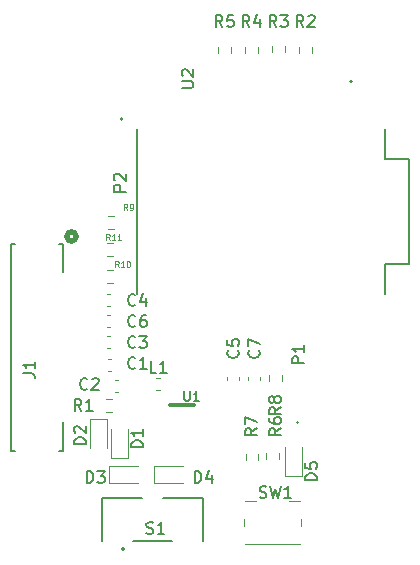
<source format=gbr>
%TF.GenerationSoftware,KiCad,Pcbnew,8.0.8*%
%TF.CreationDate,2025-04-02T15:42:23+05:30*%
%TF.ProjectId,STHDAQ_B1,53544844-4151-45f4-9231-2e6b69636164,rev?*%
%TF.SameCoordinates,Original*%
%TF.FileFunction,Legend,Top*%
%TF.FilePolarity,Positive*%
%FSLAX46Y46*%
G04 Gerber Fmt 4.6, Leading zero omitted, Abs format (unit mm)*
G04 Created by KiCad (PCBNEW 8.0.8) date 2025-04-02 15:42:23*
%MOMM*%
%LPD*%
G01*
G04 APERTURE LIST*
%ADD10C,0.125000*%
%ADD11C,0.150000*%
%ADD12C,0.120000*%
%ADD13C,0.127000*%
%ADD14C,0.200000*%
%ADD15C,0.152400*%
%ADD16C,0.508000*%
%ADD17C,0.304800*%
G04 APERTURE END LIST*
D10*
X146490571Y-71344809D02*
X146323905Y-71106714D01*
X146204857Y-71344809D02*
X146204857Y-70844809D01*
X146204857Y-70844809D02*
X146395333Y-70844809D01*
X146395333Y-70844809D02*
X146442952Y-70868619D01*
X146442952Y-70868619D02*
X146466762Y-70892428D01*
X146466762Y-70892428D02*
X146490571Y-70940047D01*
X146490571Y-70940047D02*
X146490571Y-71011476D01*
X146490571Y-71011476D02*
X146466762Y-71059095D01*
X146466762Y-71059095D02*
X146442952Y-71082904D01*
X146442952Y-71082904D02*
X146395333Y-71106714D01*
X146395333Y-71106714D02*
X146204857Y-71106714D01*
X146966762Y-71344809D02*
X146681048Y-71344809D01*
X146823905Y-71344809D02*
X146823905Y-70844809D01*
X146823905Y-70844809D02*
X146776286Y-70916238D01*
X146776286Y-70916238D02*
X146728667Y-70963857D01*
X146728667Y-70963857D02*
X146681048Y-70987666D01*
X147442952Y-71344809D02*
X147157238Y-71344809D01*
X147300095Y-71344809D02*
X147300095Y-70844809D01*
X147300095Y-70844809D02*
X147252476Y-70916238D01*
X147252476Y-70916238D02*
X147204857Y-70963857D01*
X147204857Y-70963857D02*
X147157238Y-70987666D01*
X147252571Y-73630809D02*
X147085905Y-73392714D01*
X146966857Y-73630809D02*
X146966857Y-73130809D01*
X146966857Y-73130809D02*
X147157333Y-73130809D01*
X147157333Y-73130809D02*
X147204952Y-73154619D01*
X147204952Y-73154619D02*
X147228762Y-73178428D01*
X147228762Y-73178428D02*
X147252571Y-73226047D01*
X147252571Y-73226047D02*
X147252571Y-73297476D01*
X147252571Y-73297476D02*
X147228762Y-73345095D01*
X147228762Y-73345095D02*
X147204952Y-73368904D01*
X147204952Y-73368904D02*
X147157333Y-73392714D01*
X147157333Y-73392714D02*
X146966857Y-73392714D01*
X147728762Y-73630809D02*
X147443048Y-73630809D01*
X147585905Y-73630809D02*
X147585905Y-73130809D01*
X147585905Y-73130809D02*
X147538286Y-73202238D01*
X147538286Y-73202238D02*
X147490667Y-73249857D01*
X147490667Y-73249857D02*
X147443048Y-73273666D01*
X148038285Y-73130809D02*
X148085904Y-73130809D01*
X148085904Y-73130809D02*
X148133523Y-73154619D01*
X148133523Y-73154619D02*
X148157333Y-73178428D01*
X148157333Y-73178428D02*
X148181142Y-73226047D01*
X148181142Y-73226047D02*
X148204952Y-73321285D01*
X148204952Y-73321285D02*
X148204952Y-73440333D01*
X148204952Y-73440333D02*
X148181142Y-73535571D01*
X148181142Y-73535571D02*
X148157333Y-73583190D01*
X148157333Y-73583190D02*
X148133523Y-73607000D01*
X148133523Y-73607000D02*
X148085904Y-73630809D01*
X148085904Y-73630809D02*
X148038285Y-73630809D01*
X148038285Y-73630809D02*
X147990666Y-73607000D01*
X147990666Y-73607000D02*
X147966857Y-73583190D01*
X147966857Y-73583190D02*
X147943047Y-73535571D01*
X147943047Y-73535571D02*
X147919238Y-73440333D01*
X147919238Y-73440333D02*
X147919238Y-73321285D01*
X147919238Y-73321285D02*
X147943047Y-73226047D01*
X147943047Y-73226047D02*
X147966857Y-73178428D01*
X147966857Y-73178428D02*
X147990666Y-73154619D01*
X147990666Y-73154619D02*
X148038285Y-73130809D01*
X147998666Y-68804809D02*
X147832000Y-68566714D01*
X147712952Y-68804809D02*
X147712952Y-68304809D01*
X147712952Y-68304809D02*
X147903428Y-68304809D01*
X147903428Y-68304809D02*
X147951047Y-68328619D01*
X147951047Y-68328619D02*
X147974857Y-68352428D01*
X147974857Y-68352428D02*
X147998666Y-68400047D01*
X147998666Y-68400047D02*
X147998666Y-68471476D01*
X147998666Y-68471476D02*
X147974857Y-68519095D01*
X147974857Y-68519095D02*
X147951047Y-68542904D01*
X147951047Y-68542904D02*
X147903428Y-68566714D01*
X147903428Y-68566714D02*
X147712952Y-68566714D01*
X148236762Y-68804809D02*
X148332000Y-68804809D01*
X148332000Y-68804809D02*
X148379619Y-68781000D01*
X148379619Y-68781000D02*
X148403428Y-68757190D01*
X148403428Y-68757190D02*
X148451047Y-68685761D01*
X148451047Y-68685761D02*
X148474857Y-68590523D01*
X148474857Y-68590523D02*
X148474857Y-68400047D01*
X148474857Y-68400047D02*
X148451047Y-68352428D01*
X148451047Y-68352428D02*
X148427238Y-68328619D01*
X148427238Y-68328619D02*
X148379619Y-68304809D01*
X148379619Y-68304809D02*
X148284381Y-68304809D01*
X148284381Y-68304809D02*
X148236762Y-68328619D01*
X148236762Y-68328619D02*
X148212952Y-68352428D01*
X148212952Y-68352428D02*
X148189143Y-68400047D01*
X148189143Y-68400047D02*
X148189143Y-68519095D01*
X148189143Y-68519095D02*
X148212952Y-68566714D01*
X148212952Y-68566714D02*
X148236762Y-68590523D01*
X148236762Y-68590523D02*
X148284381Y-68614333D01*
X148284381Y-68614333D02*
X148379619Y-68614333D01*
X148379619Y-68614333D02*
X148427238Y-68590523D01*
X148427238Y-68590523D02*
X148451047Y-68566714D01*
X148451047Y-68566714D02*
X148474857Y-68519095D01*
D11*
X160982819Y-85510666D02*
X160506628Y-85843999D01*
X160982819Y-86082094D02*
X159982819Y-86082094D01*
X159982819Y-86082094D02*
X159982819Y-85701142D01*
X159982819Y-85701142D02*
X160030438Y-85605904D01*
X160030438Y-85605904D02*
X160078057Y-85558285D01*
X160078057Y-85558285D02*
X160173295Y-85510666D01*
X160173295Y-85510666D02*
X160316152Y-85510666D01*
X160316152Y-85510666D02*
X160411390Y-85558285D01*
X160411390Y-85558285D02*
X160459009Y-85605904D01*
X160459009Y-85605904D02*
X160506628Y-85701142D01*
X160506628Y-85701142D02*
X160506628Y-86082094D01*
X160411390Y-84939237D02*
X160363771Y-85034475D01*
X160363771Y-85034475D02*
X160316152Y-85082094D01*
X160316152Y-85082094D02*
X160220914Y-85129713D01*
X160220914Y-85129713D02*
X160173295Y-85129713D01*
X160173295Y-85129713D02*
X160078057Y-85082094D01*
X160078057Y-85082094D02*
X160030438Y-85034475D01*
X160030438Y-85034475D02*
X159982819Y-84939237D01*
X159982819Y-84939237D02*
X159982819Y-84748761D01*
X159982819Y-84748761D02*
X160030438Y-84653523D01*
X160030438Y-84653523D02*
X160078057Y-84605904D01*
X160078057Y-84605904D02*
X160173295Y-84558285D01*
X160173295Y-84558285D02*
X160220914Y-84558285D01*
X160220914Y-84558285D02*
X160316152Y-84605904D01*
X160316152Y-84605904D02*
X160363771Y-84653523D01*
X160363771Y-84653523D02*
X160411390Y-84748761D01*
X160411390Y-84748761D02*
X160411390Y-84939237D01*
X160411390Y-84939237D02*
X160459009Y-85034475D01*
X160459009Y-85034475D02*
X160506628Y-85082094D01*
X160506628Y-85082094D02*
X160601866Y-85129713D01*
X160601866Y-85129713D02*
X160792342Y-85129713D01*
X160792342Y-85129713D02*
X160887580Y-85082094D01*
X160887580Y-85082094D02*
X160935200Y-85034475D01*
X160935200Y-85034475D02*
X160982819Y-84939237D01*
X160982819Y-84939237D02*
X160982819Y-84748761D01*
X160982819Y-84748761D02*
X160935200Y-84653523D01*
X160935200Y-84653523D02*
X160887580Y-84605904D01*
X160887580Y-84605904D02*
X160792342Y-84558285D01*
X160792342Y-84558285D02*
X160601866Y-84558285D01*
X160601866Y-84558285D02*
X160506628Y-84605904D01*
X160506628Y-84605904D02*
X160459009Y-84653523D01*
X160459009Y-84653523D02*
X160411390Y-84748761D01*
X158950819Y-87288666D02*
X158474628Y-87621999D01*
X158950819Y-87860094D02*
X157950819Y-87860094D01*
X157950819Y-87860094D02*
X157950819Y-87479142D01*
X157950819Y-87479142D02*
X157998438Y-87383904D01*
X157998438Y-87383904D02*
X158046057Y-87336285D01*
X158046057Y-87336285D02*
X158141295Y-87288666D01*
X158141295Y-87288666D02*
X158284152Y-87288666D01*
X158284152Y-87288666D02*
X158379390Y-87336285D01*
X158379390Y-87336285D02*
X158427009Y-87383904D01*
X158427009Y-87383904D02*
X158474628Y-87479142D01*
X158474628Y-87479142D02*
X158474628Y-87860094D01*
X157950819Y-86955332D02*
X157950819Y-86288666D01*
X157950819Y-86288666D02*
X158950819Y-86717237D01*
X160982819Y-87288666D02*
X160506628Y-87621999D01*
X160982819Y-87860094D02*
X159982819Y-87860094D01*
X159982819Y-87860094D02*
X159982819Y-87479142D01*
X159982819Y-87479142D02*
X160030438Y-87383904D01*
X160030438Y-87383904D02*
X160078057Y-87336285D01*
X160078057Y-87336285D02*
X160173295Y-87288666D01*
X160173295Y-87288666D02*
X160316152Y-87288666D01*
X160316152Y-87288666D02*
X160411390Y-87336285D01*
X160411390Y-87336285D02*
X160459009Y-87383904D01*
X160459009Y-87383904D02*
X160506628Y-87479142D01*
X160506628Y-87479142D02*
X160506628Y-87860094D01*
X159982819Y-86431523D02*
X159982819Y-86621999D01*
X159982819Y-86621999D02*
X160030438Y-86717237D01*
X160030438Y-86717237D02*
X160078057Y-86764856D01*
X160078057Y-86764856D02*
X160220914Y-86860094D01*
X160220914Y-86860094D02*
X160411390Y-86907713D01*
X160411390Y-86907713D02*
X160792342Y-86907713D01*
X160792342Y-86907713D02*
X160887580Y-86860094D01*
X160887580Y-86860094D02*
X160935200Y-86812475D01*
X160935200Y-86812475D02*
X160982819Y-86717237D01*
X160982819Y-86717237D02*
X160982819Y-86526761D01*
X160982819Y-86526761D02*
X160935200Y-86431523D01*
X160935200Y-86431523D02*
X160887580Y-86383904D01*
X160887580Y-86383904D02*
X160792342Y-86336285D01*
X160792342Y-86336285D02*
X160554247Y-86336285D01*
X160554247Y-86336285D02*
X160459009Y-86383904D01*
X160459009Y-86383904D02*
X160411390Y-86431523D01*
X160411390Y-86431523D02*
X160363771Y-86526761D01*
X160363771Y-86526761D02*
X160363771Y-86717237D01*
X160363771Y-86717237D02*
X160411390Y-86812475D01*
X160411390Y-86812475D02*
X160459009Y-86860094D01*
X160459009Y-86860094D02*
X160554247Y-86907713D01*
X156043333Y-53286819D02*
X155710000Y-52810628D01*
X155471905Y-53286819D02*
X155471905Y-52286819D01*
X155471905Y-52286819D02*
X155852857Y-52286819D01*
X155852857Y-52286819D02*
X155948095Y-52334438D01*
X155948095Y-52334438D02*
X155995714Y-52382057D01*
X155995714Y-52382057D02*
X156043333Y-52477295D01*
X156043333Y-52477295D02*
X156043333Y-52620152D01*
X156043333Y-52620152D02*
X155995714Y-52715390D01*
X155995714Y-52715390D02*
X155948095Y-52763009D01*
X155948095Y-52763009D02*
X155852857Y-52810628D01*
X155852857Y-52810628D02*
X155471905Y-52810628D01*
X156948095Y-52286819D02*
X156471905Y-52286819D01*
X156471905Y-52286819D02*
X156424286Y-52763009D01*
X156424286Y-52763009D02*
X156471905Y-52715390D01*
X156471905Y-52715390D02*
X156567143Y-52667771D01*
X156567143Y-52667771D02*
X156805238Y-52667771D01*
X156805238Y-52667771D02*
X156900476Y-52715390D01*
X156900476Y-52715390D02*
X156948095Y-52763009D01*
X156948095Y-52763009D02*
X156995714Y-52858247D01*
X156995714Y-52858247D02*
X156995714Y-53096342D01*
X156995714Y-53096342D02*
X156948095Y-53191580D01*
X156948095Y-53191580D02*
X156900476Y-53239200D01*
X156900476Y-53239200D02*
X156805238Y-53286819D01*
X156805238Y-53286819D02*
X156567143Y-53286819D01*
X156567143Y-53286819D02*
X156471905Y-53239200D01*
X156471905Y-53239200D02*
X156424286Y-53191580D01*
X158329333Y-53286819D02*
X157996000Y-52810628D01*
X157757905Y-53286819D02*
X157757905Y-52286819D01*
X157757905Y-52286819D02*
X158138857Y-52286819D01*
X158138857Y-52286819D02*
X158234095Y-52334438D01*
X158234095Y-52334438D02*
X158281714Y-52382057D01*
X158281714Y-52382057D02*
X158329333Y-52477295D01*
X158329333Y-52477295D02*
X158329333Y-52620152D01*
X158329333Y-52620152D02*
X158281714Y-52715390D01*
X158281714Y-52715390D02*
X158234095Y-52763009D01*
X158234095Y-52763009D02*
X158138857Y-52810628D01*
X158138857Y-52810628D02*
X157757905Y-52810628D01*
X159186476Y-52620152D02*
X159186476Y-53286819D01*
X158948381Y-52239200D02*
X158710286Y-52953485D01*
X158710286Y-52953485D02*
X159329333Y-52953485D01*
X160615333Y-53286819D02*
X160282000Y-52810628D01*
X160043905Y-53286819D02*
X160043905Y-52286819D01*
X160043905Y-52286819D02*
X160424857Y-52286819D01*
X160424857Y-52286819D02*
X160520095Y-52334438D01*
X160520095Y-52334438D02*
X160567714Y-52382057D01*
X160567714Y-52382057D02*
X160615333Y-52477295D01*
X160615333Y-52477295D02*
X160615333Y-52620152D01*
X160615333Y-52620152D02*
X160567714Y-52715390D01*
X160567714Y-52715390D02*
X160520095Y-52763009D01*
X160520095Y-52763009D02*
X160424857Y-52810628D01*
X160424857Y-52810628D02*
X160043905Y-52810628D01*
X160948667Y-52286819D02*
X161567714Y-52286819D01*
X161567714Y-52286819D02*
X161234381Y-52667771D01*
X161234381Y-52667771D02*
X161377238Y-52667771D01*
X161377238Y-52667771D02*
X161472476Y-52715390D01*
X161472476Y-52715390D02*
X161520095Y-52763009D01*
X161520095Y-52763009D02*
X161567714Y-52858247D01*
X161567714Y-52858247D02*
X161567714Y-53096342D01*
X161567714Y-53096342D02*
X161520095Y-53191580D01*
X161520095Y-53191580D02*
X161472476Y-53239200D01*
X161472476Y-53239200D02*
X161377238Y-53286819D01*
X161377238Y-53286819D02*
X161091524Y-53286819D01*
X161091524Y-53286819D02*
X160996286Y-53239200D01*
X160996286Y-53239200D02*
X160948667Y-53191580D01*
X162901333Y-53286819D02*
X162568000Y-52810628D01*
X162329905Y-53286819D02*
X162329905Y-52286819D01*
X162329905Y-52286819D02*
X162710857Y-52286819D01*
X162710857Y-52286819D02*
X162806095Y-52334438D01*
X162806095Y-52334438D02*
X162853714Y-52382057D01*
X162853714Y-52382057D02*
X162901333Y-52477295D01*
X162901333Y-52477295D02*
X162901333Y-52620152D01*
X162901333Y-52620152D02*
X162853714Y-52715390D01*
X162853714Y-52715390D02*
X162806095Y-52763009D01*
X162806095Y-52763009D02*
X162710857Y-52810628D01*
X162710857Y-52810628D02*
X162329905Y-52810628D01*
X163282286Y-52382057D02*
X163329905Y-52334438D01*
X163329905Y-52334438D02*
X163425143Y-52286819D01*
X163425143Y-52286819D02*
X163663238Y-52286819D01*
X163663238Y-52286819D02*
X163758476Y-52334438D01*
X163758476Y-52334438D02*
X163806095Y-52382057D01*
X163806095Y-52382057D02*
X163853714Y-52477295D01*
X163853714Y-52477295D02*
X163853714Y-52572533D01*
X163853714Y-52572533D02*
X163806095Y-52715390D01*
X163806095Y-52715390D02*
X163234667Y-53286819D01*
X163234667Y-53286819D02*
X163853714Y-53286819D01*
X144105333Y-85798819D02*
X143772000Y-85322628D01*
X143533905Y-85798819D02*
X143533905Y-84798819D01*
X143533905Y-84798819D02*
X143914857Y-84798819D01*
X143914857Y-84798819D02*
X144010095Y-84846438D01*
X144010095Y-84846438D02*
X144057714Y-84894057D01*
X144057714Y-84894057D02*
X144105333Y-84989295D01*
X144105333Y-84989295D02*
X144105333Y-85132152D01*
X144105333Y-85132152D02*
X144057714Y-85227390D01*
X144057714Y-85227390D02*
X144010095Y-85275009D01*
X144010095Y-85275009D02*
X143914857Y-85322628D01*
X143914857Y-85322628D02*
X143533905Y-85322628D01*
X145057714Y-85798819D02*
X144486286Y-85798819D01*
X144772000Y-85798819D02*
X144772000Y-84798819D01*
X144772000Y-84798819D02*
X144676762Y-84941676D01*
X144676762Y-84941676D02*
X144581524Y-85036914D01*
X144581524Y-85036914D02*
X144486286Y-85084533D01*
X150455333Y-82590819D02*
X149979143Y-82590819D01*
X149979143Y-82590819D02*
X149979143Y-81590819D01*
X151312476Y-82590819D02*
X150741048Y-82590819D01*
X151026762Y-82590819D02*
X151026762Y-81590819D01*
X151026762Y-81590819D02*
X150931524Y-81733676D01*
X150931524Y-81733676D02*
X150836286Y-81828914D01*
X150836286Y-81828914D02*
X150741048Y-81876533D01*
X164030819Y-91670094D02*
X163030819Y-91670094D01*
X163030819Y-91670094D02*
X163030819Y-91431999D01*
X163030819Y-91431999D02*
X163078438Y-91289142D01*
X163078438Y-91289142D02*
X163173676Y-91193904D01*
X163173676Y-91193904D02*
X163268914Y-91146285D01*
X163268914Y-91146285D02*
X163459390Y-91098666D01*
X163459390Y-91098666D02*
X163602247Y-91098666D01*
X163602247Y-91098666D02*
X163792723Y-91146285D01*
X163792723Y-91146285D02*
X163887961Y-91193904D01*
X163887961Y-91193904D02*
X163983200Y-91289142D01*
X163983200Y-91289142D02*
X164030819Y-91431999D01*
X164030819Y-91431999D02*
X164030819Y-91670094D01*
X163030819Y-90193904D02*
X163030819Y-90670094D01*
X163030819Y-90670094D02*
X163507009Y-90717713D01*
X163507009Y-90717713D02*
X163459390Y-90670094D01*
X163459390Y-90670094D02*
X163411771Y-90574856D01*
X163411771Y-90574856D02*
X163411771Y-90336761D01*
X163411771Y-90336761D02*
X163459390Y-90241523D01*
X163459390Y-90241523D02*
X163507009Y-90193904D01*
X163507009Y-90193904D02*
X163602247Y-90146285D01*
X163602247Y-90146285D02*
X163840342Y-90146285D01*
X163840342Y-90146285D02*
X163935580Y-90193904D01*
X163935580Y-90193904D02*
X163983200Y-90241523D01*
X163983200Y-90241523D02*
X164030819Y-90336761D01*
X164030819Y-90336761D02*
X164030819Y-90574856D01*
X164030819Y-90574856D02*
X163983200Y-90670094D01*
X163983200Y-90670094D02*
X163935580Y-90717713D01*
X153693905Y-91894819D02*
X153693905Y-90894819D01*
X153693905Y-90894819D02*
X153932000Y-90894819D01*
X153932000Y-90894819D02*
X154074857Y-90942438D01*
X154074857Y-90942438D02*
X154170095Y-91037676D01*
X154170095Y-91037676D02*
X154217714Y-91132914D01*
X154217714Y-91132914D02*
X154265333Y-91323390D01*
X154265333Y-91323390D02*
X154265333Y-91466247D01*
X154265333Y-91466247D02*
X154217714Y-91656723D01*
X154217714Y-91656723D02*
X154170095Y-91751961D01*
X154170095Y-91751961D02*
X154074857Y-91847200D01*
X154074857Y-91847200D02*
X153932000Y-91894819D01*
X153932000Y-91894819D02*
X153693905Y-91894819D01*
X155122476Y-91228152D02*
X155122476Y-91894819D01*
X154884381Y-90847200D02*
X154646286Y-91561485D01*
X154646286Y-91561485D02*
X155265333Y-91561485D01*
X144549905Y-91894819D02*
X144549905Y-90894819D01*
X144549905Y-90894819D02*
X144788000Y-90894819D01*
X144788000Y-90894819D02*
X144930857Y-90942438D01*
X144930857Y-90942438D02*
X145026095Y-91037676D01*
X145026095Y-91037676D02*
X145073714Y-91132914D01*
X145073714Y-91132914D02*
X145121333Y-91323390D01*
X145121333Y-91323390D02*
X145121333Y-91466247D01*
X145121333Y-91466247D02*
X145073714Y-91656723D01*
X145073714Y-91656723D02*
X145026095Y-91751961D01*
X145026095Y-91751961D02*
X144930857Y-91847200D01*
X144930857Y-91847200D02*
X144788000Y-91894819D01*
X144788000Y-91894819D02*
X144549905Y-91894819D01*
X145454667Y-90894819D02*
X146073714Y-90894819D01*
X146073714Y-90894819D02*
X145740381Y-91275771D01*
X145740381Y-91275771D02*
X145883238Y-91275771D01*
X145883238Y-91275771D02*
X145978476Y-91323390D01*
X145978476Y-91323390D02*
X146026095Y-91371009D01*
X146026095Y-91371009D02*
X146073714Y-91466247D01*
X146073714Y-91466247D02*
X146073714Y-91704342D01*
X146073714Y-91704342D02*
X146026095Y-91799580D01*
X146026095Y-91799580D02*
X145978476Y-91847200D01*
X145978476Y-91847200D02*
X145883238Y-91894819D01*
X145883238Y-91894819D02*
X145597524Y-91894819D01*
X145597524Y-91894819D02*
X145502286Y-91847200D01*
X145502286Y-91847200D02*
X145454667Y-91799580D01*
X144472819Y-88622094D02*
X143472819Y-88622094D01*
X143472819Y-88622094D02*
X143472819Y-88383999D01*
X143472819Y-88383999D02*
X143520438Y-88241142D01*
X143520438Y-88241142D02*
X143615676Y-88145904D01*
X143615676Y-88145904D02*
X143710914Y-88098285D01*
X143710914Y-88098285D02*
X143901390Y-88050666D01*
X143901390Y-88050666D02*
X144044247Y-88050666D01*
X144044247Y-88050666D02*
X144234723Y-88098285D01*
X144234723Y-88098285D02*
X144329961Y-88145904D01*
X144329961Y-88145904D02*
X144425200Y-88241142D01*
X144425200Y-88241142D02*
X144472819Y-88383999D01*
X144472819Y-88383999D02*
X144472819Y-88622094D01*
X143568057Y-87669713D02*
X143520438Y-87622094D01*
X143520438Y-87622094D02*
X143472819Y-87526856D01*
X143472819Y-87526856D02*
X143472819Y-87288761D01*
X143472819Y-87288761D02*
X143520438Y-87193523D01*
X143520438Y-87193523D02*
X143568057Y-87145904D01*
X143568057Y-87145904D02*
X143663295Y-87098285D01*
X143663295Y-87098285D02*
X143758533Y-87098285D01*
X143758533Y-87098285D02*
X143901390Y-87145904D01*
X143901390Y-87145904D02*
X144472819Y-87717332D01*
X144472819Y-87717332D02*
X144472819Y-87098285D01*
X149298819Y-88876094D02*
X148298819Y-88876094D01*
X148298819Y-88876094D02*
X148298819Y-88637999D01*
X148298819Y-88637999D02*
X148346438Y-88495142D01*
X148346438Y-88495142D02*
X148441676Y-88399904D01*
X148441676Y-88399904D02*
X148536914Y-88352285D01*
X148536914Y-88352285D02*
X148727390Y-88304666D01*
X148727390Y-88304666D02*
X148870247Y-88304666D01*
X148870247Y-88304666D02*
X149060723Y-88352285D01*
X149060723Y-88352285D02*
X149155961Y-88399904D01*
X149155961Y-88399904D02*
X149251200Y-88495142D01*
X149251200Y-88495142D02*
X149298819Y-88637999D01*
X149298819Y-88637999D02*
X149298819Y-88876094D01*
X149298819Y-87352285D02*
X149298819Y-87923713D01*
X149298819Y-87637999D02*
X148298819Y-87637999D01*
X148298819Y-87637999D02*
X148441676Y-87733237D01*
X148441676Y-87733237D02*
X148536914Y-87828475D01*
X148536914Y-87828475D02*
X148584533Y-87923713D01*
X159109580Y-80684666D02*
X159157200Y-80732285D01*
X159157200Y-80732285D02*
X159204819Y-80875142D01*
X159204819Y-80875142D02*
X159204819Y-80970380D01*
X159204819Y-80970380D02*
X159157200Y-81113237D01*
X159157200Y-81113237D02*
X159061961Y-81208475D01*
X159061961Y-81208475D02*
X158966723Y-81256094D01*
X158966723Y-81256094D02*
X158776247Y-81303713D01*
X158776247Y-81303713D02*
X158633390Y-81303713D01*
X158633390Y-81303713D02*
X158442914Y-81256094D01*
X158442914Y-81256094D02*
X158347676Y-81208475D01*
X158347676Y-81208475D02*
X158252438Y-81113237D01*
X158252438Y-81113237D02*
X158204819Y-80970380D01*
X158204819Y-80970380D02*
X158204819Y-80875142D01*
X158204819Y-80875142D02*
X158252438Y-80732285D01*
X158252438Y-80732285D02*
X158300057Y-80684666D01*
X158204819Y-80351332D02*
X158204819Y-79684666D01*
X158204819Y-79684666D02*
X159204819Y-80113237D01*
X148677333Y-78591580D02*
X148629714Y-78639200D01*
X148629714Y-78639200D02*
X148486857Y-78686819D01*
X148486857Y-78686819D02*
X148391619Y-78686819D01*
X148391619Y-78686819D02*
X148248762Y-78639200D01*
X148248762Y-78639200D02*
X148153524Y-78543961D01*
X148153524Y-78543961D02*
X148105905Y-78448723D01*
X148105905Y-78448723D02*
X148058286Y-78258247D01*
X148058286Y-78258247D02*
X148058286Y-78115390D01*
X148058286Y-78115390D02*
X148105905Y-77924914D01*
X148105905Y-77924914D02*
X148153524Y-77829676D01*
X148153524Y-77829676D02*
X148248762Y-77734438D01*
X148248762Y-77734438D02*
X148391619Y-77686819D01*
X148391619Y-77686819D02*
X148486857Y-77686819D01*
X148486857Y-77686819D02*
X148629714Y-77734438D01*
X148629714Y-77734438D02*
X148677333Y-77782057D01*
X149534476Y-77686819D02*
X149344000Y-77686819D01*
X149344000Y-77686819D02*
X149248762Y-77734438D01*
X149248762Y-77734438D02*
X149201143Y-77782057D01*
X149201143Y-77782057D02*
X149105905Y-77924914D01*
X149105905Y-77924914D02*
X149058286Y-78115390D01*
X149058286Y-78115390D02*
X149058286Y-78496342D01*
X149058286Y-78496342D02*
X149105905Y-78591580D01*
X149105905Y-78591580D02*
X149153524Y-78639200D01*
X149153524Y-78639200D02*
X149248762Y-78686819D01*
X149248762Y-78686819D02*
X149439238Y-78686819D01*
X149439238Y-78686819D02*
X149534476Y-78639200D01*
X149534476Y-78639200D02*
X149582095Y-78591580D01*
X149582095Y-78591580D02*
X149629714Y-78496342D01*
X149629714Y-78496342D02*
X149629714Y-78258247D01*
X149629714Y-78258247D02*
X149582095Y-78163009D01*
X149582095Y-78163009D02*
X149534476Y-78115390D01*
X149534476Y-78115390D02*
X149439238Y-78067771D01*
X149439238Y-78067771D02*
X149248762Y-78067771D01*
X149248762Y-78067771D02*
X149153524Y-78115390D01*
X149153524Y-78115390D02*
X149105905Y-78163009D01*
X149105905Y-78163009D02*
X149058286Y-78258247D01*
X157331580Y-80684666D02*
X157379200Y-80732285D01*
X157379200Y-80732285D02*
X157426819Y-80875142D01*
X157426819Y-80875142D02*
X157426819Y-80970380D01*
X157426819Y-80970380D02*
X157379200Y-81113237D01*
X157379200Y-81113237D02*
X157283961Y-81208475D01*
X157283961Y-81208475D02*
X157188723Y-81256094D01*
X157188723Y-81256094D02*
X156998247Y-81303713D01*
X156998247Y-81303713D02*
X156855390Y-81303713D01*
X156855390Y-81303713D02*
X156664914Y-81256094D01*
X156664914Y-81256094D02*
X156569676Y-81208475D01*
X156569676Y-81208475D02*
X156474438Y-81113237D01*
X156474438Y-81113237D02*
X156426819Y-80970380D01*
X156426819Y-80970380D02*
X156426819Y-80875142D01*
X156426819Y-80875142D02*
X156474438Y-80732285D01*
X156474438Y-80732285D02*
X156522057Y-80684666D01*
X156426819Y-79779904D02*
X156426819Y-80256094D01*
X156426819Y-80256094D02*
X156903009Y-80303713D01*
X156903009Y-80303713D02*
X156855390Y-80256094D01*
X156855390Y-80256094D02*
X156807771Y-80160856D01*
X156807771Y-80160856D02*
X156807771Y-79922761D01*
X156807771Y-79922761D02*
X156855390Y-79827523D01*
X156855390Y-79827523D02*
X156903009Y-79779904D01*
X156903009Y-79779904D02*
X156998247Y-79732285D01*
X156998247Y-79732285D02*
X157236342Y-79732285D01*
X157236342Y-79732285D02*
X157331580Y-79779904D01*
X157331580Y-79779904D02*
X157379200Y-79827523D01*
X157379200Y-79827523D02*
X157426819Y-79922761D01*
X157426819Y-79922761D02*
X157426819Y-80160856D01*
X157426819Y-80160856D02*
X157379200Y-80256094D01*
X157379200Y-80256094D02*
X157331580Y-80303713D01*
X148677333Y-76813580D02*
X148629714Y-76861200D01*
X148629714Y-76861200D02*
X148486857Y-76908819D01*
X148486857Y-76908819D02*
X148391619Y-76908819D01*
X148391619Y-76908819D02*
X148248762Y-76861200D01*
X148248762Y-76861200D02*
X148153524Y-76765961D01*
X148153524Y-76765961D02*
X148105905Y-76670723D01*
X148105905Y-76670723D02*
X148058286Y-76480247D01*
X148058286Y-76480247D02*
X148058286Y-76337390D01*
X148058286Y-76337390D02*
X148105905Y-76146914D01*
X148105905Y-76146914D02*
X148153524Y-76051676D01*
X148153524Y-76051676D02*
X148248762Y-75956438D01*
X148248762Y-75956438D02*
X148391619Y-75908819D01*
X148391619Y-75908819D02*
X148486857Y-75908819D01*
X148486857Y-75908819D02*
X148629714Y-75956438D01*
X148629714Y-75956438D02*
X148677333Y-76004057D01*
X149534476Y-76242152D02*
X149534476Y-76908819D01*
X149296381Y-75861200D02*
X149058286Y-76575485D01*
X149058286Y-76575485D02*
X149677333Y-76575485D01*
X148677333Y-80369580D02*
X148629714Y-80417200D01*
X148629714Y-80417200D02*
X148486857Y-80464819D01*
X148486857Y-80464819D02*
X148391619Y-80464819D01*
X148391619Y-80464819D02*
X148248762Y-80417200D01*
X148248762Y-80417200D02*
X148153524Y-80321961D01*
X148153524Y-80321961D02*
X148105905Y-80226723D01*
X148105905Y-80226723D02*
X148058286Y-80036247D01*
X148058286Y-80036247D02*
X148058286Y-79893390D01*
X148058286Y-79893390D02*
X148105905Y-79702914D01*
X148105905Y-79702914D02*
X148153524Y-79607676D01*
X148153524Y-79607676D02*
X148248762Y-79512438D01*
X148248762Y-79512438D02*
X148391619Y-79464819D01*
X148391619Y-79464819D02*
X148486857Y-79464819D01*
X148486857Y-79464819D02*
X148629714Y-79512438D01*
X148629714Y-79512438D02*
X148677333Y-79560057D01*
X149010667Y-79464819D02*
X149629714Y-79464819D01*
X149629714Y-79464819D02*
X149296381Y-79845771D01*
X149296381Y-79845771D02*
X149439238Y-79845771D01*
X149439238Y-79845771D02*
X149534476Y-79893390D01*
X149534476Y-79893390D02*
X149582095Y-79941009D01*
X149582095Y-79941009D02*
X149629714Y-80036247D01*
X149629714Y-80036247D02*
X149629714Y-80274342D01*
X149629714Y-80274342D02*
X149582095Y-80369580D01*
X149582095Y-80369580D02*
X149534476Y-80417200D01*
X149534476Y-80417200D02*
X149439238Y-80464819D01*
X149439238Y-80464819D02*
X149153524Y-80464819D01*
X149153524Y-80464819D02*
X149058286Y-80417200D01*
X149058286Y-80417200D02*
X149010667Y-80369580D01*
X144613333Y-83925580D02*
X144565714Y-83973200D01*
X144565714Y-83973200D02*
X144422857Y-84020819D01*
X144422857Y-84020819D02*
X144327619Y-84020819D01*
X144327619Y-84020819D02*
X144184762Y-83973200D01*
X144184762Y-83973200D02*
X144089524Y-83877961D01*
X144089524Y-83877961D02*
X144041905Y-83782723D01*
X144041905Y-83782723D02*
X143994286Y-83592247D01*
X143994286Y-83592247D02*
X143994286Y-83449390D01*
X143994286Y-83449390D02*
X144041905Y-83258914D01*
X144041905Y-83258914D02*
X144089524Y-83163676D01*
X144089524Y-83163676D02*
X144184762Y-83068438D01*
X144184762Y-83068438D02*
X144327619Y-83020819D01*
X144327619Y-83020819D02*
X144422857Y-83020819D01*
X144422857Y-83020819D02*
X144565714Y-83068438D01*
X144565714Y-83068438D02*
X144613333Y-83116057D01*
X144994286Y-83116057D02*
X145041905Y-83068438D01*
X145041905Y-83068438D02*
X145137143Y-83020819D01*
X145137143Y-83020819D02*
X145375238Y-83020819D01*
X145375238Y-83020819D02*
X145470476Y-83068438D01*
X145470476Y-83068438D02*
X145518095Y-83116057D01*
X145518095Y-83116057D02*
X145565714Y-83211295D01*
X145565714Y-83211295D02*
X145565714Y-83306533D01*
X145565714Y-83306533D02*
X145518095Y-83449390D01*
X145518095Y-83449390D02*
X144946667Y-84020819D01*
X144946667Y-84020819D02*
X145565714Y-84020819D01*
X148677333Y-82147580D02*
X148629714Y-82195200D01*
X148629714Y-82195200D02*
X148486857Y-82242819D01*
X148486857Y-82242819D02*
X148391619Y-82242819D01*
X148391619Y-82242819D02*
X148248762Y-82195200D01*
X148248762Y-82195200D02*
X148153524Y-82099961D01*
X148153524Y-82099961D02*
X148105905Y-82004723D01*
X148105905Y-82004723D02*
X148058286Y-81814247D01*
X148058286Y-81814247D02*
X148058286Y-81671390D01*
X148058286Y-81671390D02*
X148105905Y-81480914D01*
X148105905Y-81480914D02*
X148153524Y-81385676D01*
X148153524Y-81385676D02*
X148248762Y-81290438D01*
X148248762Y-81290438D02*
X148391619Y-81242819D01*
X148391619Y-81242819D02*
X148486857Y-81242819D01*
X148486857Y-81242819D02*
X148629714Y-81290438D01*
X148629714Y-81290438D02*
X148677333Y-81338057D01*
X149629714Y-82242819D02*
X149058286Y-82242819D01*
X149344000Y-82242819D02*
X149344000Y-81242819D01*
X149344000Y-81242819D02*
X149248762Y-81385676D01*
X149248762Y-81385676D02*
X149153524Y-81480914D01*
X149153524Y-81480914D02*
X149058286Y-81528533D01*
X152587819Y-58451904D02*
X153397342Y-58451904D01*
X153397342Y-58451904D02*
X153492580Y-58404285D01*
X153492580Y-58404285D02*
X153540200Y-58356666D01*
X153540200Y-58356666D02*
X153587819Y-58261428D01*
X153587819Y-58261428D02*
X153587819Y-58070952D01*
X153587819Y-58070952D02*
X153540200Y-57975714D01*
X153540200Y-57975714D02*
X153492580Y-57928095D01*
X153492580Y-57928095D02*
X153397342Y-57880476D01*
X153397342Y-57880476D02*
X152587819Y-57880476D01*
X152683057Y-57451904D02*
X152635438Y-57404285D01*
X152635438Y-57404285D02*
X152587819Y-57309047D01*
X152587819Y-57309047D02*
X152587819Y-57070952D01*
X152587819Y-57070952D02*
X152635438Y-56975714D01*
X152635438Y-56975714D02*
X152683057Y-56928095D01*
X152683057Y-56928095D02*
X152778295Y-56880476D01*
X152778295Y-56880476D02*
X152873533Y-56880476D01*
X152873533Y-56880476D02*
X153016390Y-56928095D01*
X153016390Y-56928095D02*
X153587819Y-57499523D01*
X153587819Y-57499523D02*
X153587819Y-56880476D01*
X139154819Y-82629333D02*
X139869104Y-82629333D01*
X139869104Y-82629333D02*
X140011961Y-82676952D01*
X140011961Y-82676952D02*
X140107200Y-82772190D01*
X140107200Y-82772190D02*
X140154819Y-82915047D01*
X140154819Y-82915047D02*
X140154819Y-83010285D01*
X140154819Y-81629333D02*
X140154819Y-82200761D01*
X140154819Y-81915047D02*
X139154819Y-81915047D01*
X139154819Y-81915047D02*
X139297676Y-82010285D01*
X139297676Y-82010285D02*
X139392914Y-82105523D01*
X139392914Y-82105523D02*
X139440533Y-82200761D01*
X152806476Y-84144295D02*
X152806476Y-84791914D01*
X152806476Y-84791914D02*
X152844571Y-84868104D01*
X152844571Y-84868104D02*
X152882666Y-84906200D01*
X152882666Y-84906200D02*
X152958857Y-84944295D01*
X152958857Y-84944295D02*
X153111238Y-84944295D01*
X153111238Y-84944295D02*
X153187428Y-84906200D01*
X153187428Y-84906200D02*
X153225523Y-84868104D01*
X153225523Y-84868104D02*
X153263619Y-84791914D01*
X153263619Y-84791914D02*
X153263619Y-84144295D01*
X154063618Y-84944295D02*
X153606475Y-84944295D01*
X153835047Y-84944295D02*
X153835047Y-84144295D01*
X153835047Y-84144295D02*
X153758856Y-84258580D01*
X153758856Y-84258580D02*
X153682666Y-84334771D01*
X153682666Y-84334771D02*
X153606475Y-84372866D01*
X159194667Y-93117200D02*
X159337524Y-93164819D01*
X159337524Y-93164819D02*
X159575619Y-93164819D01*
X159575619Y-93164819D02*
X159670857Y-93117200D01*
X159670857Y-93117200D02*
X159718476Y-93069580D01*
X159718476Y-93069580D02*
X159766095Y-92974342D01*
X159766095Y-92974342D02*
X159766095Y-92879104D01*
X159766095Y-92879104D02*
X159718476Y-92783866D01*
X159718476Y-92783866D02*
X159670857Y-92736247D01*
X159670857Y-92736247D02*
X159575619Y-92688628D01*
X159575619Y-92688628D02*
X159385143Y-92641009D01*
X159385143Y-92641009D02*
X159289905Y-92593390D01*
X159289905Y-92593390D02*
X159242286Y-92545771D01*
X159242286Y-92545771D02*
X159194667Y-92450533D01*
X159194667Y-92450533D02*
X159194667Y-92355295D01*
X159194667Y-92355295D02*
X159242286Y-92260057D01*
X159242286Y-92260057D02*
X159289905Y-92212438D01*
X159289905Y-92212438D02*
X159385143Y-92164819D01*
X159385143Y-92164819D02*
X159623238Y-92164819D01*
X159623238Y-92164819D02*
X159766095Y-92212438D01*
X160099429Y-92164819D02*
X160337524Y-93164819D01*
X160337524Y-93164819D02*
X160528000Y-92450533D01*
X160528000Y-92450533D02*
X160718476Y-93164819D01*
X160718476Y-93164819D02*
X160956572Y-92164819D01*
X161861333Y-93164819D02*
X161289905Y-93164819D01*
X161575619Y-93164819D02*
X161575619Y-92164819D01*
X161575619Y-92164819D02*
X161480381Y-92307676D01*
X161480381Y-92307676D02*
X161385143Y-92402914D01*
X161385143Y-92402914D02*
X161289905Y-92450533D01*
X147852461Y-67241117D02*
X146851075Y-67241117D01*
X146851075Y-67241117D02*
X146851075Y-66859637D01*
X146851075Y-66859637D02*
X146898760Y-66764267D01*
X146898760Y-66764267D02*
X146946445Y-66716582D01*
X146946445Y-66716582D02*
X147041815Y-66668897D01*
X147041815Y-66668897D02*
X147184870Y-66668897D01*
X147184870Y-66668897D02*
X147280240Y-66716582D01*
X147280240Y-66716582D02*
X147327925Y-66764267D01*
X147327925Y-66764267D02*
X147375610Y-66859637D01*
X147375610Y-66859637D02*
X147375610Y-67241117D01*
X146946445Y-66287416D02*
X146898760Y-66239731D01*
X146898760Y-66239731D02*
X146851075Y-66144361D01*
X146851075Y-66144361D02*
X146851075Y-65905936D01*
X146851075Y-65905936D02*
X146898760Y-65810566D01*
X146898760Y-65810566D02*
X146946445Y-65762881D01*
X146946445Y-65762881D02*
X147041815Y-65715196D01*
X147041815Y-65715196D02*
X147137185Y-65715196D01*
X147137185Y-65715196D02*
X147280240Y-65762881D01*
X147280240Y-65762881D02*
X147852461Y-66335101D01*
X147852461Y-66335101D02*
X147852461Y-65715196D01*
X149605320Y-96165622D02*
X149748323Y-96213289D01*
X149748323Y-96213289D02*
X149986660Y-96213289D01*
X149986660Y-96213289D02*
X150081995Y-96165622D01*
X150081995Y-96165622D02*
X150129662Y-96117954D01*
X150129662Y-96117954D02*
X150177329Y-96022619D01*
X150177329Y-96022619D02*
X150177329Y-95927284D01*
X150177329Y-95927284D02*
X150129662Y-95831950D01*
X150129662Y-95831950D02*
X150081995Y-95784282D01*
X150081995Y-95784282D02*
X149986660Y-95736615D01*
X149986660Y-95736615D02*
X149795990Y-95688947D01*
X149795990Y-95688947D02*
X149700655Y-95641280D01*
X149700655Y-95641280D02*
X149652988Y-95593612D01*
X149652988Y-95593612D02*
X149605320Y-95498278D01*
X149605320Y-95498278D02*
X149605320Y-95402943D01*
X149605320Y-95402943D02*
X149652988Y-95307608D01*
X149652988Y-95307608D02*
X149700655Y-95259940D01*
X149700655Y-95259940D02*
X149795990Y-95212273D01*
X149795990Y-95212273D02*
X150034327Y-95212273D01*
X150034327Y-95212273D02*
X150177329Y-95259940D01*
X151130678Y-96213289D02*
X150558669Y-96213289D01*
X150844674Y-96213289D02*
X150844674Y-95212273D01*
X150844674Y-95212273D02*
X150749339Y-95355275D01*
X150749339Y-95355275D02*
X150654004Y-95450610D01*
X150654004Y-95450610D02*
X150558669Y-95498278D01*
X162953461Y-81765117D02*
X161952075Y-81765117D01*
X161952075Y-81765117D02*
X161952075Y-81383637D01*
X161952075Y-81383637D02*
X161999760Y-81288267D01*
X161999760Y-81288267D02*
X162047445Y-81240582D01*
X162047445Y-81240582D02*
X162142815Y-81192897D01*
X162142815Y-81192897D02*
X162285870Y-81192897D01*
X162285870Y-81192897D02*
X162381240Y-81240582D01*
X162381240Y-81240582D02*
X162428925Y-81288267D01*
X162428925Y-81288267D02*
X162476610Y-81383637D01*
X162476610Y-81383637D02*
X162476610Y-81765117D01*
X162953461Y-80239196D02*
X162953461Y-80811416D01*
X162953461Y-80525306D02*
X161952075Y-80525306D01*
X161952075Y-80525306D02*
X162095130Y-80620676D01*
X162095130Y-80620676D02*
X162190500Y-80716046D01*
X162190500Y-80716046D02*
X162238185Y-80811416D01*
D12*
%TO.C,R11*%
X146808558Y-72658500D02*
X146299110Y-72658500D01*
X146808558Y-71613500D02*
X146299110Y-71613500D01*
%TO.C,R10*%
X146812724Y-74944500D02*
X146303276Y-74944500D01*
X146812724Y-73899500D02*
X146303276Y-73899500D01*
%TO.C,R9*%
X146821056Y-70372500D02*
X146311608Y-70372500D01*
X146821056Y-69327500D02*
X146311608Y-69327500D01*
%TO.C,R8*%
X161050500Y-82803276D02*
X161050500Y-83312724D01*
X160005500Y-82803276D02*
X160005500Y-83312724D01*
%TO.C,R7*%
X157999500Y-89931724D02*
X157999500Y-89422276D01*
X159044500Y-89931724D02*
X159044500Y-89422276D01*
%TO.C,R6*%
X159751500Y-89916724D02*
X159751500Y-89407276D01*
X160796500Y-89916724D02*
X160796500Y-89407276D01*
%TO.C,R5*%
X156732500Y-54970942D02*
X156732500Y-55480390D01*
X155687500Y-54970942D02*
X155687500Y-55480390D01*
%TO.C,R4*%
X159018500Y-54962610D02*
X159018500Y-55472058D01*
X157973500Y-54962610D02*
X157973500Y-55472058D01*
%TO.C,R3*%
X161304500Y-54950112D02*
X161304500Y-55459560D01*
X160259500Y-54950112D02*
X160259500Y-55459560D01*
%TO.C,R2*%
X163590500Y-54966776D02*
X163590500Y-55476224D01*
X162545500Y-54966776D02*
X162545500Y-55476224D01*
%TO.C,R1*%
X146662224Y-84821500D02*
X146152776Y-84821500D01*
X146662224Y-85866500D02*
X146152776Y-85866500D01*
%TO.C,L1*%
X150450733Y-83056000D02*
X150793267Y-83056000D01*
X150450733Y-84076000D02*
X150793267Y-84076000D01*
%TO.C,D5*%
X161317000Y-91322000D02*
X162787000Y-91322000D01*
X162787000Y-91322000D02*
X162787000Y-88862000D01*
X161317000Y-88862000D02*
X161317000Y-91322000D01*
%TO.C,D4*%
X150232000Y-90451000D02*
X150232000Y-91921000D01*
X150232000Y-91921000D02*
X152692000Y-91921000D01*
X152692000Y-90451000D02*
X150232000Y-90451000D01*
%TO.C,D3*%
X146422000Y-90451000D02*
X146422000Y-91921000D01*
X146422000Y-91921000D02*
X148882000Y-91921000D01*
X148882000Y-90451000D02*
X146422000Y-90451000D01*
%TO.C,D2*%
X146277000Y-86478000D02*
X144807000Y-86478000D01*
X144807000Y-86478000D02*
X144807000Y-88938000D01*
X146277000Y-88938000D02*
X146277000Y-86478000D01*
%TO.C,D1*%
X146585000Y-89798000D02*
X148055000Y-89798000D01*
X148055000Y-89798000D02*
X148055000Y-87338000D01*
X146585000Y-87338000D02*
X146585000Y-89798000D01*
%TO.C,C7*%
X158240000Y-83209267D02*
X158240000Y-82916733D01*
X159260000Y-83209267D02*
X159260000Y-82916733D01*
%TO.C,C6*%
X146553767Y-77722000D02*
X146261233Y-77722000D01*
X146553767Y-78742000D02*
X146261233Y-78742000D01*
%TO.C,C5*%
X156462000Y-83209267D02*
X156462000Y-82916733D01*
X157482000Y-83209267D02*
X157482000Y-82916733D01*
%TO.C,C4*%
X146538767Y-75944000D02*
X146246233Y-75944000D01*
X146538767Y-76964000D02*
X146246233Y-76964000D01*
%TO.C,C3*%
X146553767Y-79500000D02*
X146261233Y-79500000D01*
X146553767Y-80520000D02*
X146261233Y-80520000D01*
%TO.C,C2*%
X147212267Y-83152000D02*
X146919733Y-83152000D01*
X147212267Y-84172000D02*
X146919733Y-84172000D01*
%TO.C,C1*%
X146349733Y-82445000D02*
X146642267Y-82445000D01*
X146349733Y-81425000D02*
X146642267Y-81425000D01*
D13*
%TO.C,U2*%
X148843000Y-75896200D02*
X148843000Y-61928800D01*
X169798000Y-61928800D02*
X169798000Y-64442500D01*
X169798000Y-64442500D02*
X171843000Y-64442500D01*
X169798000Y-73382500D02*
X169798000Y-75896200D01*
X171843000Y-64442500D02*
X171843000Y-73382500D01*
X171843000Y-73382500D02*
X169798000Y-73382500D01*
D14*
X167040500Y-57912500D02*
G75*
G02*
X166840500Y-57912500I-100000J0D01*
G01*
X166840500Y-57912500D02*
G75*
G02*
X167040500Y-57912500I100000J0D01*
G01*
D15*
%TO.C,J1*%
X138129000Y-71670700D02*
X138129000Y-89171300D01*
X138129000Y-89171300D02*
X138473861Y-89171300D01*
X138473861Y-71670700D02*
X138129000Y-71670700D01*
X142238141Y-89171300D02*
X142574000Y-89171300D01*
X142574000Y-71670700D02*
X142238141Y-71670700D01*
X142574000Y-74056860D02*
X142574000Y-71670700D01*
X142574000Y-89171300D02*
X142574000Y-86785140D01*
D16*
X143637000Y-71035700D02*
G75*
G02*
X142875000Y-71035700I-381000J0D01*
G01*
X142875000Y-71035700D02*
G75*
G02*
X143637000Y-71035700I381000J0D01*
G01*
D17*
%TO.C,U1*%
X151638000Y-85344000D02*
X153670000Y-85344000D01*
D12*
%TO.C,SW1*%
X162624000Y-93392000D02*
X161699000Y-93392000D01*
X158849000Y-93392000D02*
X157924000Y-93392000D01*
X162724000Y-95517000D02*
X162724000Y-94967000D01*
X157824000Y-95517000D02*
X157824000Y-94967000D01*
X162624000Y-97092000D02*
X157924000Y-97092000D01*
%TO.C,P2*%
D13*
X147540500Y-61092000D02*
G75*
G02*
X147413500Y-61092000I-63500J0D01*
G01*
X147413500Y-61092000D02*
G75*
G02*
X147540500Y-61092000I63500J0D01*
G01*
%TO.C,S1*%
X145864000Y-93196000D02*
X149234000Y-93196000D01*
X145864000Y-96796000D02*
X145864000Y-93196000D01*
X150994000Y-93196000D02*
X154364000Y-93196000D01*
X151774000Y-96796000D02*
X148454000Y-96796000D01*
X154364000Y-93196000D02*
X154364000Y-96796000D01*
D15*
X147755419Y-97496000D02*
G75*
G02*
X147472581Y-97496000I-141419J0D01*
G01*
X147472581Y-97496000D02*
G75*
G02*
X147755419Y-97496000I141419J0D01*
G01*
%TO.C,P1*%
D13*
X162466500Y-86790000D02*
G75*
G02*
X162339500Y-86790000I-63500J0D01*
G01*
X162339500Y-86790000D02*
G75*
G02*
X162466500Y-86790000I63500J0D01*
G01*
%TD*%
M02*

</source>
